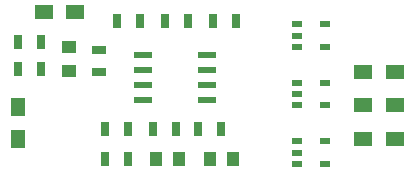
<source format=gbr>
G04 #@! TF.GenerationSoftware,KiCad,Pcbnew,(5.0.0-rc2-dev-444-g2974a2c10)*
G04 #@! TF.CreationDate,2018-10-05T22:12:32-07:00*
G04 #@! TF.ProjectId,retro meter v03,726574726F206D65746572207630332E,v03*
G04 #@! TF.SameCoordinates,Original*
G04 #@! TF.FileFunction,Paste,Top*
G04 #@! TF.FilePolarity,Positive*
%FSLAX46Y46*%
G04 Gerber Fmt 4.6, Leading zero omitted, Abs format (unit mm)*
G04 Created by KiCad (PCBNEW (5.0.0-rc2-dev-444-g2974a2c10)) date 10/05/18 22:12:32*
%MOMM*%
%LPD*%
G01*
G04 APERTURE LIST*
%ADD10R,1.500000X1.300000*%
%ADD11R,1.300000X1.500000*%
%ADD12R,1.550000X0.600000*%
%ADD13R,0.700000X1.300000*%
%ADD14R,1.300000X0.700000*%
%ADD15R,0.920000X0.520000*%
%ADD16R,1.000000X1.250000*%
%ADD17R,1.250000X1.000000*%
G04 APERTURE END LIST*
D10*
X138985000Y-108585000D03*
X141685000Y-108585000D03*
D11*
X109728000Y-105838000D03*
X109728000Y-108538000D03*
D12*
X125763000Y-101473000D03*
X125763000Y-102743000D03*
X125763000Y-104013000D03*
X125763000Y-105283000D03*
X120363000Y-105283000D03*
X120363000Y-104013000D03*
X120363000Y-102743000D03*
X120363000Y-101473000D03*
D10*
X138985000Y-105664000D03*
X141685000Y-105664000D03*
X141685000Y-102870000D03*
X138985000Y-102870000D03*
X114634000Y-97790000D03*
X111934000Y-97790000D03*
D13*
X117160000Y-110236000D03*
X119060000Y-110236000D03*
X117160000Y-107696000D03*
X119060000Y-107696000D03*
X109794000Y-100330000D03*
X111694000Y-100330000D03*
X109794000Y-102616000D03*
X111694000Y-102616000D03*
D14*
X116586000Y-101031000D03*
X116586000Y-102931000D03*
D13*
X120076000Y-98552000D03*
X118176000Y-98552000D03*
X122240000Y-98552000D03*
X124140000Y-98552000D03*
X126304000Y-98552000D03*
X128204000Y-98552000D03*
D15*
X135788400Y-108778000D03*
X135788400Y-110678000D03*
X133350000Y-110678000D03*
X133350000Y-109728000D03*
X133350000Y-108778000D03*
X133350000Y-103825000D03*
X133350000Y-104775000D03*
X133350000Y-105725000D03*
X135788400Y-105725000D03*
X135788400Y-103825000D03*
X135788400Y-98872000D03*
X135788400Y-100772000D03*
X133350000Y-100772000D03*
X133350000Y-99822000D03*
X133350000Y-98872000D03*
D16*
X121428000Y-110236000D03*
X123428000Y-110236000D03*
X128000000Y-110236000D03*
X126000000Y-110236000D03*
D17*
X114046000Y-102781000D03*
X114046000Y-100781000D03*
D13*
X123124000Y-107696000D03*
X121224000Y-107696000D03*
X125034000Y-107696000D03*
X126934000Y-107696000D03*
M02*

</source>
